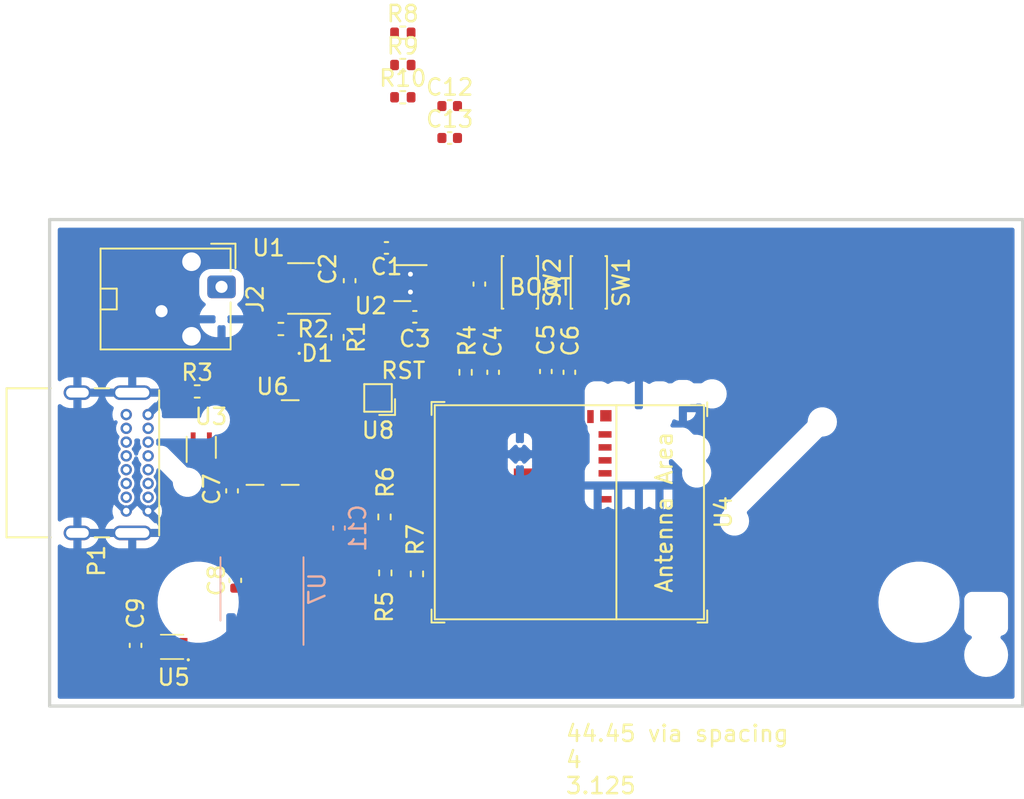
<source format=kicad_pcb>
(kicad_pcb (version 20221018) (generator pcbnew)
  (layers (0 "F.Cu" signal) (31 "B.Cu" signal) (34 "B.Paste" user) (35 "F.Paste" user) (36 "B.SilkS" user "B.Silkscreen") (37 "F.SilkS" user "F.Silkscreen") (38 "B.Mask" user) (39 "F.Mask" user) (44 "Edge.Cuts" user))
  (net 0 "")
  (net 1 "/vbat")
  (net 2 "Net-(U8-Vout)")
  (net 3 "/3v3")
  (net 4 "GND")
  (net 5 "Net-(U4-EN{slash}CHIP_PU)")
  (net 7 "Net-(P1-CC1)")
  (net 8 "Net-(D1-K)")
  (net 9 "/vusb")
  (net 11 "Net-(P1-CC2)")
  (net 12 "/stat")
  (net 13 "/scl")
  (net 14 "/sda")
  (net 18 "/int")
  (net 32 "/io9")
  (net 37 "Net-(U4-GPIO8)")
  (net 42 "Net-(U1-PROG)")
  (net 44 "/usb_N")
  (net 45 "/usb_P")
  (net 46 "Net-(U4-GPIO2{slash}ADC1_CH2)")
  (net 47 "Net-(U8-BIN)")
  (net 48 "/bat_int")
  (footprint "Capacitor_SMD:C_0402_1005Metric" (layer "F.Cu") (at 135.6 59.37 90)
    (fp_text reference "C5" (at 1.95 0 90) (layer "F.SilkS"))
    (fp_text value "0.1u" hide)
    (fp_line (start -0.107836 -0.36) (end 0.107836 -0.36) (stroke (width 0.12)) (layer "F.SilkS"))
    (fp_line (start -0.107836 0.36) (end 0.107836 0.36) (stroke (width 0.12)) (layer "F.SilkS"))
    (pad "1" smd roundrect (at -0.48 0 90) (size 0.56 0.62) (layers "F.Cu" "F.Paste" "F.Mask") (net 3 "/3v3"))
    (pad "2" smd roundrect (at 0.48 0 90) (size 0.56 0.62) (layers "F.Cu" "F.Paste" "F.Mask") (net 4 "GND"))
  )
  (footprint "Resistor_SMD:R_0402_1005Metric" (layer "F.Cu") (at 125.65 68.34 -90)
    (fp_text reference "R6" (at -2.15 -0.05 90) (layer "F.SilkS"))
    (fp_text value "10K" hide)
    (fp_line (start -0.153641 -0.38) (end 0.153641 -0.38) (stroke (width 0.12)) (layer "F.SilkS"))
    (fp_line (start -0.153641 0.38) (end 0.153641 0.38) (stroke (width 0.12)) (layer "F.SilkS"))
    (pad "1" smd roundrect (at -0.51 0 270) (size 0.54 0.64) (layers "F.Cu" "F.Paste" "F.Mask") (net 3 "/3v3"))
    (pad "2" smd roundrect (at 0.51 0 270) (size 0.54 0.64) (layers "F.Cu" "F.Paste" "F.Mask") (net 13 "/scl"))
  )
  (footprint "Resistor_SMD:R_0402_1005Metric" (layer "F.Cu") (at 127.65 71.85 -90)
    (fp_text reference "R7" (at -2.11 0.1 90) (layer "F.SilkS"))
    (fp_text value "10K" hide)
    (fp_line (start -0.153641 -0.38) (end 0.153641 -0.38) (stroke (width 0.12)) (layer "F.SilkS"))
    (fp_line (start -0.153641 0.38) (end 0.153641 0.38) (stroke (width 0.12)) (layer "F.SilkS"))
    (pad "1" smd roundrect (at -0.51 0 270) (size 0.54 0.64) (layers "F.Cu" "F.Paste" "F.Mask") (net 37 "Net-(U4-GPIO8)"))
    (pad "2" smd roundrect (at 0.51 0 270) (size 0.54 0.64) (layers "F.Cu" "F.Paste" "F.Mask") (net 3 "/3v3"))
  )
  (footprint "Resistor_SMD:R_0402_1005Metric" (layer "F.Cu") (at 130.65 59.42 -90)
    (fp_text reference "R4" (at -1.95 -0.1 90) (layer "F.SilkS"))
    (fp_text value "10K" hide)
    (fp_line (start -0.153641 -0.38) (end 0.153641 -0.38) (stroke (width 0.12)) (layer "F.SilkS"))
    (fp_line (start -0.153641 0.38) (end 0.153641 0.38) (stroke (width 0.12)) (layer "F.SilkS"))
    (pad "1" smd roundrect (at -0.51 0 270) (size 0.54 0.64) (layers "F.Cu" "F.Paste" "F.Mask") (net 3 "/3v3"))
    (pad "2" smd roundrect (at 0.51 0 270) (size 0.54 0.64) (layers "F.Cu" "F.Paste" "F.Mask") (net 5 "Net-(U4-EN{slash}CHIP_PU)"))
  )
  (footprint "Capacitor_SMD:C_0402_1005Metric" (layer "F.Cu") (at 123.5 53.77 90)
    (fp_text reference "C2" (at 0.72 -1.35 90) (layer "F.SilkS"))
    (fp_text value "10u" hide)
    (fp_line (start -0.107836 -0.36) (end 0.107836 -0.36) (stroke (width 0.12)) (layer "F.SilkS"))
    (fp_line (start -0.107836 0.36) (end 0.107836 0.36) (stroke (width 0.12)) (layer "F.SilkS"))
    (pad "1" smd roundrect (at -0.48 0 90) (size 0.56 0.62) (layers "F.Cu" "F.Paste" "F.Mask") (net 1 "/vbat"))
    (pad "2" smd roundrect (at 0.48 0 90) (size 0.56 0.62) (layers "F.Cu" "F.Paste" "F.Mask") (net 4 "GND"))
  )
  (footprint "Button_Switch_SMD:SW_SPST_CK_KXT3" (layer "F.Cu") (at 134 53.875 -90)
    (fp_text reference "SW2" (at 0 -2 90) (layer "F.SilkS"))
    (fp_text value "KXT 331 LHS" hide)
    (fp_line (start -1.62 -1.12) (end -1.62 -1.02) (stroke (width 0.12)) (layer "F.SilkS"))
    (fp_line (start -1.62 -1.12) (end 1.62 -1.12) (stroke (width 0.12)) (layer "F.SilkS"))
    (fp_line (start -1.62 1.02) (end -1.62 1.12) (stroke (width 0.12)) (layer "F.SilkS"))
    (fp_line (start -1.62 1.12) (end 1.62 1.12) (stroke (width 0.12)) (layer "F.SilkS"))
    (fp_line (start 1.62 -1.12) (end 1.62 -1.02) (stroke (width 0.12)) (layer "F.SilkS"))
    (fp_line (start 1.62 1.02) (end 1.62 1.12) (stroke (width 0.12)) (layer "F.SilkS"))
    (pad "1" smd rect (at -1.625 0 270) (size 0.55 1.5) (layers "F.Cu" "F.Paste" "F.Mask") (net 32 "/io9"))
    (pad "2" smd rect (at 1.625 0 270) (size 0.55 1.5) (layers "F.Cu" "F.Paste" "F.Mask") (net 4 "GND"))
  )
  (footprint "Connector_USB:USB_C_Receptacle_GCT_USB4085" (layer "F.Cu") (at 111.075 62.025 -90)
    (fp_text reference "P1" (at 9.025 3.175 90) (layer "F.SilkS"))
    (fp_text value "USB_C_Receptacle_USB2.0" hide)
    (fp_line (start -1.62 2.4) (end -1.62 3.3) (stroke (width 0.12)) (layer "F.SilkS"))
    (fp_line (start -1.62 6) (end -1.62 8.73) (stroke (width 0.12)) (layer "F.SilkS"))
    (fp_line (start -1.62 8.73) (end 7.57 8.73) (stroke (width 0.12)) (layer "F.SilkS"))
    (fp_line (start -1.5 -0.68) (end 7.45 -0.68) (stroke (width 0.12)) (layer "F.SilkS"))
    (fp_line (start 7.57 2.4) (end 7.57 3.3) (stroke (width 0.12)) (layer "F.SilkS"))
    (fp_line (start 7.57 6) (end 7.57 8.73) (stroke (width 0.12)) (layer "F.SilkS"))
    (pad "A1" thru_hole circle (at 0 0 270) (size 0.7 0.7) (drill 0.4) (layers "*.Cu" "*.Mask") (net 4 "GND"))
    (pad "A4" thru_hole circle (at 0.85 0 270) (size 0.7 0.7) (drill 0.4) (layers "*.Cu" "*.Mask") (net 9 "/vusb"))
    (pad "A5" thru_hole circle (at 1.7 0 270) (size 0.7 0.7) (drill 0.4) (layers "*.Cu" "*.Mask") (net 7 "Net-(P1-CC1)"))
    (pad "A6" thru_hole circle (at 2.55 0 270) (size 0.7 0.7) (drill 0.4) (layers "*.Cu" "*.Mask") (net 45 "/usb_P"))
    (pad "A7" thru_hole circle (at 3.4 0 270) (size 0.7 0.7) (drill 0.4) (layers "*.Cu" "*.Mask") (net 44 "/usb_N"))
    (pad "A8" thru_hole circle (at 4.25 0 270) (size 0.7 0.7) (drill 0.4) (layers "*.Cu" "*.Mask"))
    (pad "A9" thru_hole circle (at 5.1 0 270) (size 0.7 0.7) (drill 0.4) (layers "*.Cu" "*.Mask") (net 9 "/vusb"))
    (pad "A12" thru_hole circle (at 5.95 0 270) (size 0.7 0.7) (drill 0.4) (layers "*.Cu" "*.Mask") (net 4 "GND"))
    (pad "B1" thru_hole circle (at 5.95 1.35 270) (size 0.7 0.7) (drill 0.4) (layers "*.Cu" "*.Mask") (net 4 "GND"))
    (pad "B4" thru_hole circle (at 5.1 1.35 270) (size 0.7 0.7) (drill 0.4) (layers "*.Cu" "*.Mask") (net 9 "/vusb"))
    (pad "B5" thru_hole circle (at 4.25 1.35 270) (size 0.7 0.7) (drill 0.4) (layers "*.Cu" "*.Mask") (net 11 "Net-(P1-CC2)"))
    (pad "B6" thru_hole circle (at 3.4 1.35 270) (size 0.7 0.7) (drill 0.4) (layers "*.Cu" "*.Mask") (net 45 "/usb_P"))
    (pad "B7" thru_hole circle (at 2.55 1.35 270) (size 0.7 0.7) (drill 0.4) (layers "*.Cu" "*.Mask") (net 44 "/usb_N"))
    (pad "B8" thru_hole circle (at 1.7 1.35 270) (size 0.7 0.7) (drill 0.4) (layers "*.Cu" "*.Mask"))
    (pad "B9" thru_hole circle (at 0.85 1.35 270) (size 0.7 0.7) (drill 0.4) (layers "*.Cu" "*.Mask") (net 9 "/vusb"))
    (pad "B12" thru_hole circle (at 0 1.35 270) (size 0.7 0.7) (drill 0.4) (layers "*.Cu" "*.Mask") (net 4 "GND"))
    (pad "S1" thru_hole oval (at -1.35 0.98 270) (size 0.9 2.4) (drill oval 0.6 2.1) (layers "*.Cu" "*.Mask") (net 4 "GND"))
    (pad "S1" thru_hole oval (at -1.35 4.36 270) (size 0.9 1.7) (drill oval 0.6 1.4) (layers "*.Cu" "*.Mask") (net 4 "GND"))
    (pad "S1" thru_hole oval (at 7.3 0.98 270) (size 0.9 2.4) (drill oval 0.6 2.1) (layers "*.Cu" "*.Mask") (net 4 "GND"))
    (pad "S1" thru_hole oval (at 7.3 4.36 270) (size 0.9 1.7) (drill oval 0.6 1.4) (layers "*.Cu" "*.Mask") (net 4 "GND"))
  )
  (footprint "Package_BGA:Texas_DSBGA-9_1.4715x1.4715mm_Layout3x3_P0.5mm" (layer "F.Cu") (at 125.25 61 180)
    (fp_text reference "U8" (at 0 -2) (layer "F.SilkS"))
    (fp_text value "BQ27427" hide)
    (fp_line (start -1.05 -1.05) (end -1.05 -0.075) (stroke (width 0.12)) (layer "F.SilkS"))
    (fp_line (start -0.85 -0.85) (end -0.85 0.85) (stroke (width 0.12)) (layer "F.SilkS"))
    (fp_line (start -0.85 -0.85) (end 0.85 -0.85) (stroke (width 0.12)) (layer "F.SilkS"))
    (fp_line (start -0.075 -1.05) (end -1.05 -1.05) (stroke (width 0.12)) (layer "F.SilkS"))
    (fp_line (start 0.85 -0.85) (end 0.85 0.85) (stroke (width 0.12)) (layer "F.SilkS"))
    (fp_line (start 0.85 0.85) (end -0.85 0.85) (stroke (width 0.12)) (layer "F.SilkS"))
    (pad "A1" smd circle (at -0.5 -0.5 180) (size 0.165 0.165) (layers "F.Cu" "F.Mask") (net 48 "/bat_int"))
    (pad "A2" smd circle (at 0 -0.5 180) (size 0.165 0.165) (layers "F.Cu" "F.Mask") (net 14 "/sda"))
    (pad "A3" smd circle (at 0.5 -0.5 180) (size 0.165 0.165) (layers "F.Cu" "F.Mask") (net 13 "/scl"))
    (pad "B1" smd circle (at -0.5 0 180) (size 0.165 0.165) (layers "F.Cu" "F.Mask") (net 47 "Net-(U8-BIN)"))
    (pad "B2" smd circle (at 0 0 180) (size 0.165 0.165) (layers "F.Cu" "F.Mask") (net 4 "GND"))
    (pad "B3" smd circle (at 0.5 0 180) (size 0.165 0.165) (layers "F.Cu" "F.Paste" "F.Mask") (net 2 "Net-(U8-Vout)"))
    (pad "C1" smd circle (at -0.5 0.5 180) (size 0.165 0.165) (layers "F.Cu" "F.Mask") (net 4 "GND"))
    (pad "C2" smd circle (at 0 0.5 180) (size 0.165 0.165) (layers "F.Cu" "F.Mask") (net 3 "/3v3"))
    (pad "C3" smd circle (at 0.5 0.5 180) (size 0.165 0.165) (layers "F.Cu" "F.Mask") (net 1 "/vbat"))
  )
  (footprint "Capacitor_SMD:C_0402_1005Metric" (layer "F.Cu") (at 129.67 43)
    (fp_text reference "C12" (at 0 -1.16) (layer "F.SilkS"))
    (fp_text value "1u")
    (fp_line (start -0.107836 -0.36) (end 0.107836 -0.36) (stroke (width 0.12)) (layer "F.SilkS"))
    (fp_line (start -0.107836 0.36) (end 0.107836 0.36) (stroke (width 0.12)) (layer "F.SilkS"))
    (pad "1" smd roundrect (at -0.48 0) (size 0.56 0.62) (layers "F.Cu" "F.Paste" "F.Mask") (net 1 "/vbat"))
    (pad "2" smd roundrect (at 0.48 0) (size 0.56 0.62) (layers "F.Cu" "F.Paste" "F.Mask") (net 4 "GND"))
  )
  (footprint "Package_TO_SOT_SMD:SOT-23-5" (layer "F.Cu") (at 120.5 54.25 180)
    (fp_text reference "U1" (at 2 2.5) (layer "F.SilkS"))
    (fp_text value "MCP73831-2-OT" hide)
    (fp_line (start 0 -1.56) (end -1.8 -1.56) (stroke (width 0.12)) (layer "F.SilkS"))
    (fp_line (start 0 -1.56) (end 0.8 -1.56) (stroke (width 0.12)) (layer "F.SilkS"))
    (fp_line (start 0 1.56) (end -0.8 1.56) (stroke (width 0.12)) (layer "F.SilkS"))
    (fp_line (start 0 1.56) (end 0.8 1.56) (stroke (width 0.12)) (layer "F.SilkS"))
    (pad "1" smd roundrect (at -1.1375 -0.95 180) (size 1.325 0.6) (layers "F.Cu" "F.Paste" "F.Mask") (net 12 "/stat"))
    (pad "2" smd roundrect (at -1.1375 0 180) (size 1.325 0.6) (layers "F.Cu" "F.Paste" "F.Mask") (net 4 "GND"))
    (pad "3" smd roundrect (at -1.1375 0.95 180) (size 1.325 0.6) (layers "F.Cu" "F.Paste" "F.Mask") (net 1 "/vbat"))
    (pad "4" smd roundrect (at 1.1375 0.95 180) (size 1.325 0.6) (layers "F.Cu" "F.Paste" "F.Mask") (net 9 "/vusb"))
    (pad "5" smd roundrect (at 1.1375 -0.95 180) (size 1.325 0.6) (layers "F.Cu" "F.Paste" "F.Mask") (net 42 "Net-(U1-PROG)"))
  )
  (footprint "Resistor_SMD:R_0402_1005Metric" (layer "F.Cu") (at 126.78 42.46)
    (fp_text reference "R10" (at 0 -1.17) (layer "F.SilkS"))
    (fp_text value "10K")
    (fp_line (start -0.153641 -0.38) (end 0.153641 -0.38) (stroke (width 0.12)) (layer "F.SilkS"))
    (fp_line (start -0.153641 0.38) (end 0.153641 0.38) (stroke (width 0.12)) (layer "F.SilkS"))
    (pad "1" smd roundrect (at -0.51 0) (size 0.54 0.64) (layers "F.Cu" "F.Paste" "F.Mask") (net 4 "GND"))
    (pad "2" smd roundrect (at 0.51 0) (size 0.54 0.64) (layers "F.Cu" "F.Paste" "F.Mask") (net 47 "Net-(U8-BIN)"))
  )
  (footprint "Capacitor_SMD:C_0402_1005Metric" (layer "F.Cu") (at 125.77 51.75 180)
    (fp_text reference "C1" (at 0 -1.16) (layer "F.SilkS"))
    (fp_text value "1u" hide)
    (fp_line (start -0.107836 -0.36) (end 0.107836 -0.36) (stroke (width 0.12)) (layer "F.SilkS"))
    (fp_line (start -0.107836 0.36) (end 0.107836 0.36) (stroke (width 0.12)) (layer "F.SilkS"))
    (pad "1" smd roundrect (at -0.48 0 180) (size 0.56 0.62) (layers "F.Cu" "F.Paste" "F.Mask") (net 1 "/vbat"))
    (pad "2" smd roundrect (at 0.48 0 180) (size 0.56 0.62) (layers "F.Cu" "F.Paste" "F.Mask") (net 4 "GND"))
  )
  (footprint "Capacitor_SMD:C_0402_1005Metric" (layer "F.Cu") (at 132.35 59.42 -90)
    (fp_text reference "C4" (at -1.9 0 90) (layer "F.SilkS"))
    (fp_text value "1u" hide)
    (fp_line (start -0.107836 -0.36) (end 0.107836 -0.36) (stroke (width 0.12)) (layer "F.SilkS"))
    (fp_line (start -0.107836 0.36) (end 0.107836 0.36) (stroke (width 0.12)) (layer "F.SilkS"))
    (pad "1" smd roundrect (at -0.48 0 270) (size 0.56 0.62) (layers "F.Cu" "F.Paste" "F.Mask") (net 4 "GND"))
    (pad "2" smd roundrect (at 0.48 0 270) (size 0.56 0.62) (layers "F.Cu" "F.Paste" "F.Mask") (net 5 "Net-(U4-EN{slash}CHIP_PU)"))
  )
  (footprint "Package_TO_SOT_SMD:SOT-553" (layer "F.Cu") (at 114.35 64.05 90)
    (fp_text reference "U3" (at 1.9 0.6 180) (layer "F.SilkS"))
    (fp_text value "TPD3E001DRLR" hide)
    (fp_line (start -0.9 -0.9) (end 0.65 -0.9) (stroke (width 0.12)) (layer "F.SilkS"))
    (fp_line (start 0.65 0.9) (end -0.65 0.9) (stroke (width 0.12)) (layer "F.SilkS"))
    (pad "1" smd rect (at -0.7 -0.5 90) (size 0.45 0.3) (layers "F.Cu" "F.Paste" "F.Mask") (net 45 "/usb_P"))
    (pad "2" smd rect (at -0.7 0 90) (size 0.45 0.3) (layers "F.Cu" "F.Paste" "F.Mask") (net 44 "/usb_N"))
    (pad "3" smd rect (at -0.7 0.5 90) (size 0.45 0.3) (layers "F.Cu" "F.Paste" "F.Mask") (net 4 "GND"))
    (pad "4" smd rect (at 0.7 0.5 90) (size 0.45 0.3) (layers "F.Cu" "F.Paste" "F.Mask"))
    (pad "5" smd rect (at 0.7 -0.5 90) (size 0.45 0.3) (layers "F.Cu" "F.Paste" "F.Mask") (net 9 "/vusb"))
  )
  (footprint "Resistor_SMD:R_0402_1005Metric" (layer "F.Cu") (at 114.1 60.6)
    (fp_text reference "R3" (at 0 -1.17) (layer "F.SilkS"))
    (fp_text value "5.1k" hide)
    (fp_line (start -0.153641 -0.38) (end 0.153641 -0.38) (stroke (width 0.12)) (layer "F.SilkS"))
    (fp_line (start -0.153641 0.38) (end 0.153641 0.38) (stroke (width 0.12)) (layer "F.SilkS"))
    (pad "1" smd roundrect (at -0.51 0) (size 0.54 0.64) (layers "F.Cu" "F.Paste" "F.Mask") (net 7 "Net-(P1-CC1)"))
    (pad "2" smd roundrect (at 0.51 0) (size 0.54 0.64) (layers "F.Cu" "F.Paste" "F.Mask") (net 4 "GND"))
  )
  (footprint "Capacitor_SMD:C_0402_1005Metric" (layer "F.Cu") (at 116.25 66.73 -90)
    (fp_text reference "C7" (at -0.1 1.25 90) (layer "F.SilkS"))
    (fp_text value "1u" hide)
    (fp_line (start -0.107836 -0.36) (end 0.107836 -0.36) (stroke (width 0.12)) (layer "F.SilkS"))
    (fp_line (start -0.107836 0.36) (end 0.107836 0.36) (stroke (width 0.12)) (layer "F.SilkS"))
    (pad "1" smd roundrect (at -0.48 0 270) (size 0.56 0.62) (layers "F.Cu" "F.Paste" "F.Mask") (net 3 "/3v3"))
    (pad "2" smd roundrect (at 0.48 0 270) (size 0.56 0.62) (layers "F.Cu" "F.Paste" "F.Mask") (net 4 "GND"))
  )
  (footprint "Resistor_SMD:R_0402_1005Metric" (layer "F.Cu") (at 126.78 40.47)
    (fp_text reference "R9" (at 0 -1.17) (layer "F.SilkS"))
    (fp_text value "10K")
    (fp_line (start -0.153641 -0.38) (end 0.153641 -0.38) (stroke (width 0.12)) (layer "F.SilkS"))
    (fp_line (start -0.153641 0.38) (end 0.153641 0.38) (stroke (width 0.12)) (layer "F.SilkS"))
    (pad "1" smd roundrect (at -0.51 0) (size 0.54 0.64) (layers "F.Cu" "F.Paste" "F.Mask") (net 46 "Net-(U4-GPIO2{slash}ADC1_CH2)"))
    (pad "2" smd roundrect (at 0.51 0) (size 0.54 0.64) (layers "F.Cu" "F.Paste" "F.Mask") (net 3 "/3v3"))
  )
  (footprint "Capacitor_SMD:C_0402_1005Metric" (layer "F.Cu") (at 131.5 53.98 90)
    (fp_text reference "C10" hide)
    (fp_text value "1u" hide)
    (fp_line (start -0.107836 -0.36) (end 0.107836 -0.36) (stroke (width 0.12)) (layer "F.SilkS"))
    (fp_line (start -0.107836 0.36) (end 0.107836 0.36) (stroke (width 0.12)) (layer "F.SilkS"))
    (pad "1" smd roundrect (at -0.48 0 90) (size 0.56 0.62) (layers "F.Cu" "F.Paste" "F.Mask") (net 4 "GND"))
    (pad "2" smd roundrect (at 0.48 0 90) (size 0.56 0.62) (layers "F.Cu" "F.Paste" "F.Mask") (net 32 "/io9"))
  )
  (footprint "Capacitor_SMD:C_0402_1005Metric" (layer "F.Cu") (at 116.45 72.25 90)
    (fp_text reference "C8" (at 0 -1.16 90) (layer "F.SilkS"))
    (fp_text value "0.1u" hide)
    (fp_line (start -0.107836 -0.36) (end 0.107836 -0.36) (stroke (width 0.12)) (layer "F.SilkS"))
    (fp_line (start -0.107836 0.36) (end 0.107836 0.36) (stroke (width 0.12)) (layer "F.SilkS"))
    (pad "1" smd roundrect (at -0.48 0 90) (size 0.56 0.62) (layers "F.Cu" "F.Paste" "F.Mask") (net 4 "GND"))
    (pad "2" smd roundrect (at 0.48 0 90) (size 0.56 0.62) (layers "F.Cu" "F.Paste" "F.Mask") (net 3 "/3v3"))
  )
  (footprint "LED_SMD:LED_0402_1005Metric" (layer "F.Cu") (at 119.3 58.25 180)
    (fp_text reference "D1" (at -2.2 0) (layer "F.SilkS"))
    (fp_text value "LED" hide)
    (fp_circle (center -1.09 0) (end -1.04 0) (stroke (width 0.1)) (fill none) (layer "F.SilkS"))
    (pad "1" smd roundrect (at -0.485 0 180) (size 0.59 0.64) (layers "F.Cu" "F.Paste" "F.Mask") (net 8 "Net-(D1-K)"))
    (pad "2" smd roundrect (at 0.485 0 180) (size 0.59 0.64) (layers "F.Cu" "F.Paste" "F.Mask") (net 9 "/vusb"))
  )
  (footprint "Package_LGA:LGA-14_3x5mm_P0.8mm_LayoutBorder1x6y" (layer "F.Cu") (at 118.75 63.75)
    (fp_text reference "U6" (at 0 -3.45) (layer "F.SilkS"))
    (fp_text value "ADXL343" hide)
    (fp_line (start -0.56 2.61) (end -1.61 2.61) (stroke (width 0.12)) (layer "F.SilkS"))
    (fp_line (start 0.56 -2.61) (end 1.61 -2.61) (stroke (width 0.12)) (layer "F.SilkS"))
    (fp_line (start 0.56 2.61) (end 1.61 2.61) (stroke (width 0.12)) (layer "F.SilkS"))
    (pad "1" smd roundrect (at -1 -2) (size 0.95 0.6) (layers "F.Cu" "F.Paste" "F.Mask") (net 3 "/3v3"))
    (pad "2" smd roundrect (at -1 -1.2) (size 0.95 0.6) (layers "F.Cu" "F.Paste" "F.Mask") (net 4 "GND"))
    (pad "3" smd roundrect (at -1 -0.4) (size 0.95 0.6) (layers "F.Cu" "F.Paste" "F.Mask"))
    (pad "4" smd roundrect (at -1 0.4) (size 0.95 0.6) (layers "F.Cu" "F.Paste" "F.Mask") (net 4 "GND"))
    (pad "5" smd roundrect (at -1 1.2) (size 0.95 0.6) (layers "F.Cu" "F.Paste" "F.Mask") (net 4 "GND"))
    (pad "6" smd roundrect (at -1 2) (size 0.95 0.6) (layers "F.Cu" "F.Paste" "F.Mask") (net 3 "/3v3"))
    (pad "7" smd roundrect (at 0 2) (size 0.6 0.95) (layers "F.Cu" "F.Paste" "F.Mask") (net 3 "/3v3"))
    (pad "8" smd roundrect (at 1 2) (size 0.95 0.6) (layers "F.Cu" "F.Paste" "F.Mask") (net 18 "/int"))
    (pad "9" smd roundrect (at 1 1.2) (size 0.95 0.6) (layers "F.Cu" "F.Paste" "F.Mask"))
    (pad "10" smd roundrect (at 1 0.4) (size 0.95 0.6) (layers "F.Cu" "F.Paste" "F.Mask"))
    (pad "11" smd roundrect (at 1 -0.4) (size 0.95 0.6) (layers "F.Cu" "F.Paste" "F.Mask"))
    (pad "12" smd roundrect (at 1 -1.2) (size 0.95 0.6) (layers "F.Cu" "F.Paste" "F.Mask") (net 4 "GND"))
    (pad "13" smd roundrect (at 1 -2) (size 0.95 0.6) (layers "F.Cu" "F.Paste" "F.Mask") (net 14 "/sda"))
    (pad "14" smd roundrect (at 0 -2) (size 0.6 0.95) (layers "F.Cu" "F.Paste" "F.Mask") (net 13 "/scl"))
  )
  (footprint "Resistor_SMD:R_0402_1005Metric" (layer "F.Cu") (at 126.78 38.48)
    (fp_text reference "R8" (at 0 -1.17) (layer "F.SilkS"))
    (fp_text value "5.1k")
    (fp_line (start -0.153641 -0.38) (end 0.153641 -0.38) (stroke (width 0.12)) (layer "F.SilkS"))
    (fp_line (start -0.153641 0.38) (end 0.153641 0.38) (stroke (width 0.12)) (layer "F.SilkS"))
    (pad "1" smd roundrect (at -0.51 0) (size 0.54 0.64) (layers "F.Cu" "F.Paste" "F.Mask") (net 11 "Net-(P1-CC2)"))
    (pad "2" smd roundrect (at 0.51 0) (size 0.54 0.64) (layers "F.Cu" "F.Paste" "F.Mask") (net 4 "GND"))
  )
  (footprint "Resistor_SMD:R_0402_1005Metric" (layer "F.Cu") (at 119.26 56.75)
    (fp_text reference "R2" (at 1.99 0) (layer "F.SilkS"))
    (fp_text value "2K" hide)
    (fp_line (start -0.153641 -0.38) (end 0.153641 -0.38) (stroke (width 0.12)) (layer "F.SilkS"))
    (fp_line (start -0.153641 0.38) (end 0.153641 0.38) (stroke (width 0.12)) (layer "F.SilkS"))
    (pad "1" smd roundrect (at -0.51 0) (size 0.54 0.64) (layers "F.Cu" "F.Paste" "F.Mask") (net 42 "Net-(U1-PROG)"))
    (pad "2" smd roundrect (at 0.51 0) (size 0.54 0.64) (layers "F.Cu" "F.Paste" "F.Mask") (net 4 "GND"))
  )
  (footprint "Capacitor_SMD:C_0402_1005Metric" (layer "F.Cu") (at 129.67 44.97)
    (fp_text reference "C13" (at 0 -1.16) (layer "F.SilkS"))
    (fp_text value "2.2u")
    (fp_line (start -0.107836 -0.36) (end 0.107836 -0.36) (stroke (width 0.12)) (layer "F.SilkS"))
    (fp_line (start -0.107836 0.36) (end 0.107836 0.36) (stroke (width 0.12)) (layer "F.SilkS"))
    (pad "1" smd roundrect (at -0.48 0) (size 0.56 0.62) (layers "F.Cu" "F.Paste" "F.Mask") (net 2 "Net-(U8-Vout)"))
    (pad "2" smd roundrect (at 0.48 0) (size 0.56 0.62) (layers "F.Cu" "F.Paste" "F.Mask") (net 4 "GND"))
  )
  (footprint "Button_Switch_SMD:SW_SPST_CK_KXT3" (layer "F.Cu") (at 138.25 53.875 -90)
    (fp_text reference "SW1" (at 0 -2 90) (layer "F.SilkS"))
    (fp_text value "KXT 331 LHS" hide)
    (fp_line (start -1.62 -1.12) (end -1.62 -1.02) (stroke (width 0.12)) (layer "F.SilkS"))
    (fp_line (start -1.62 -1.12) (end 1.62 -1.12) (stroke (width 0.12)) (layer "F.SilkS"))
    (fp_line (start -1.62 1.02) (end -1.62 1.12) (stroke (width 0.12)) (layer "F.SilkS"))
    (fp_line (start -1.62 1.12) (end 1.62 1.12) (stroke (width 0.12)) (layer "F.SilkS"))
    (fp_line (start 1.62 -1.12) (end 1.62 -1.02) (stroke (width 0.12)) (layer "F.SilkS"))
    (fp_line (start 1.62 1.02) (end 1.62 1.12) (stroke (width 0.12)) (layer "F.SilkS"))
    (pad "1" smd rect (at -1.625 0 270) (size 0.55 1.5) (layers "F.Cu" "F.Paste" "F.Mask") (net 4 "GND"))
    (pad "2" smd rect (at 1.625 0 270) (size 0.55 1.5) (layers "F.Cu" "F.Paste" "F.Mask") (net 5 "Net-(U4-EN{slash}CHIP_PU)"))
  )
  (footprint "Package_SON:WSON-6-1EP_2x2mm_P0.65mm_EP1x1.6mm_ThermalVias" (layer "F.Cu") (at 127.25 53.92 180)
    (fp_text reference "U2" (at 2.45 -1.4) (layer "F.SilkS"))
    (fp_text value "LP5912-3.3DRV" hide)
    (fp_line (start -1 1.11) (end 1 1.11) (stroke (width 0.12)) (layer "F.SilkS"))
    (fp_line (start 0 -1.11) (end 1 -1.11) (stroke (width 0.12)) (layer "F.SilkS"))
    (pad "1" smd roundrect (at -0.8875 -0.65 180) (size 0.375 0.4) (layers "F.Cu" "F.Paste" "F.Mask") (net 3 "/3v3"))
    (pad "2" smd roundrect (at -0.8875 0 180) (size 0.375 0.4) (layers "F.Cu" "F.Paste" "F.Mask"))
    (pad "3" smd roundrect (at -0.8875 0.65 180) (size 0.375 0.4) (layers "F.Cu" "F.Paste" "F.Mask"))
    (pad "4" smd roundrect (at 0.8875 0.65 180) (size 0.375 0.4) (layers "F.Cu" "F.Paste" "F.Mask") (net 1 "/vbat"))
    (pad "5" smd roundrect (at 0.8875 0 180) (size 0.375 0.4) (layers "F.Cu" "F.Paste" "F.Mask") (net 4 "GND"))
    (pad "6" smd roundrect (at 0.8875 -0.65 180) (size 0.375 0.4) (layers "F.Cu" "F.Paste" "F.Mask") (net 1 "/vbat"))
    (pad "7" thru_hole circle (at 0 -0.55 180) (size 0.5 0.5) (drill 0.3) (layers "*.Cu") (net 4 "GND"))
    (pad "7" smd rect (at 0 0 180) (size 0.5 1.6) (layers "B.Cu") (net 4 "GND"))
    (pad "7" smd rect (at 0 0 180) (size 1 1.6) (layers "F.Cu" "F.Mask") (net 4 "GND"))
    (pad "7" thru_hole circle (at 0 0.55 180) (size 0.5 0.5) (drill 0.3) (layers "*.Cu") (net 4 "GND"))
  )
  (footprint "PCM_Espressif:ESP32-C3-MINI-1" (layer "F.Cu") (at 137.05 68.05 -90)
    (fp_text reference "U4" (at 0 -9.5 90) (layer "F.SilkS"))
    (fp_text value "ESP32-C3-MINI-1" hide)
    (fp_text user "Antenna Area" (at 0 -5.85 90) (layer "F.SilkS"))
    (fp_line (start -6.8 7.7) (end -6.8 8.5) (stroke (width 0.12)) (layer "F.SilkS"))
    (fp_line (start -6.8 8.5) (end -6 8.5) (stroke (width 0.12)) (layer "F.SilkS"))
    (fp_line (start -6.6 -8.3) (end 6.6 -8.3) (stroke (width 0.12)) (layer "F.SilkS"))
    (fp_line (start -6.6 -2.9) (end 6.6 -2.9) (stroke (width 0.12)) (layer "F.SilkS"))
    (fp_line (start -6.6 8.3) (end -6.6 -8.3) (stroke (width 0.12)) (layer "F.SilkS"))
    (fp_line (start -5.925 -8.5) (end -6.775 -8.5) (stroke (width 0.12)) (layer "F.SilkS"))
    (fp_line (start 6.05 -8.5) (end 6.8 -8.5) (stroke (width 0.12)) (layer "F.SilkS"))
    (fp_line (start 6.6 -8.3) (end 6.6 8.3) (stroke (width 0.12)) (layer "F.SilkS"))
    (fp_line (start 6.6 8.3) (end -6.6 8.3) (stroke (width 0.12)) (layer "F.SilkS"))
    (fp_line (start 6.8 -8.5) (end 6.8 -7.9) (stroke (width 0.12)) (layer "F.SilkS"))
    (fp_line (start 6.8 7.7) (end 6.8 8.5) (stroke (width 0.12)) (layer "F.SilkS"))
    (fp_line (start 6.8 8.5) (end 6 8.5) (stroke (width 0.12)) (layer "F.SilkS"))
    (pad "1" smd rect (at -5.9 -1.3) (size 0.4 0.8) (layers "F.Cu" "F.Paste" "F.Mask") (net 4 "GND"))
    (pad "2" smd rect (at -5.9 -0.5) (size 0.4 0.8) (layers "F.Cu" "F.Paste" "F.Mask") (net 4 "GND"))
    (pad "3" smd rect (at -5.9 0.3) (size 0.4 0.8) (layers "F.Cu" "F.Paste" "F.Mask") (net 3 "/3v3"))
    (pad "4" smd rect (at -5.9 1.1) (size 0.4 0.8) (layers "F.Cu" "F.Paste" "F.Mask"))
    (pad "5" smd rect (at -5.9 1.9) (size 0.4 0.8) (layers "F.Cu" "F.Paste" "F.Mask") (net 46 "Net-(U4-GPIO2{slash}ADC1_CH2)"))
    (pad "6" smd rect (at -5.9 2.7) (size 0.4 0.8) (layers "F.Cu" "F.Paste" "F.Mask") (net 48 "/bat_int"))
    (pad "7" smd rect (at -5.9 3.5) (size 0.4 0.8) (layers "F.Cu" "F.Paste" "F.Mask"))
    (pad "8" smd rect (at -5.9 4.3) (size 0.4 0.8) (layers "F.Cu" "F.Paste" "F.Mask") (net 5 "Net-(U4-EN{slash}CHIP_PU)"))
    (pad "9" smd rect (at -5.9 5.1) (size 0.4 0.8) (layers "F.Cu" "F.Paste" "F.Mask"))
    (pad "10" smd rect (at -5.9 5.9) (size 0.4 0.8) (layers "F.Cu" "F.Paste" "F.Mask"))
    (pad "11" smd rect (at -5.9 6.7) (size 0.4 0.8) (layers "F.Cu" "F.Paste" "F.Mask") (net 4 "GND"))
    (pad "12" smd rect (at -4.8 7.6 270) (size 0.4 0.8) (layers "F.Cu" "F.Paste" "F.Mask"))
    (pad "13" smd rect (at -4 7.6 270) (size 0.4 0.8) (layers "F.Cu" "F.Paste" "F.Mask"))
    (pad "14" smd rect (at -3.2 7.6 270) (size 0.4 0.8) (layers "F.Cu" "F.Paste" "F.Mask") (net 4 "GND"))
    (pad "15" smd rect (at -2.4 7.6 270) (size 0.4 0.8) (layers "F.Cu" "F.Paste" "F.Mask"))
    (pad "16" smd rect (at -1.6 7.6 270) (size 0.4 0.8) (layers "F.Cu" "F.Paste" "F.Mask"))
    (pad "17" smd rect (at -0.8 7.6 270) (size 0.4 0.8) (layers "F.Cu" "F.Paste" "F.Mask"))
    (pad "18" smd rect (at 0 7.6 270) (size 0.4 0.8) (layers "F.Cu" "F.Paste" "F.Mask") (net 18 "/int"))
    (pad "19" smd rect (at 0.8 7.6 270) (size 0.4 0.8) (layers "F.Cu" "F.Paste" "F.Mask"))
    (pad "20" smd rect (at 1.6 7.6 270) (size 0.4 0.8) (layers "F.Cu" "F.Paste" "F.Mask") (net 13 "/scl"))
    (pad "21" smd rect (at 2.4 7.6 270) (size 0.4 0.8) (layers "F.Cu" "F.Paste" "F.Mask") (net 14 "/sda"))
    (pad "22" smd rect (at 3.2 7.6 270) (size 0.4 0.8) (layers "F.Cu" "F.Paste" "F.Mask") (net 37 "Net-(U4-GPIO8)"))
    (pad "23" smd rect (at 4 7.6 270) (size 0.4 0.8) (layers "F.Cu" "F.Paste" "F.Mask") (net 32 "/io9"))
    (pad "24" smd rect (at 4.8 7.6 270) (size 0.4 0.8) (layers "F.Cu" "F.Paste" "F.Mask"))
    (pad "25" smd rect (at 5.9 6.7) (size 0.4 0.8) (layers "F.Cu" "F.Paste" "F.Mask"))
    (pad "26" smd rect (at 5.9 5.9) (size 0.4 0.8) (layers "F.Cu" "F.Paste" "F.Mask") (net 44 "/usb_N"))
    (pad "27" smd rect (at 5.9 5.1) (size 0.4 0.8) (layers "F.Cu" "F.Paste" "F.Mask") (net 45 "/usb_P"))
    (pad "28" smd rect (at 5.9 4.3) (size 0.4 0.8) (layers "F.Cu" "F.Paste" "F.Mask"))
    (pad "29" smd rect (at 5.9 3.5) (size 0.4 0.8) (layers "F.Cu" "F.Paste" "F.Mask"))
    (pad "30" smd rect (at 5.9 2.7) (size 0.4 0.8) (layers "F.Cu" "F.Paste" "F.Mask"))
    (pad "31" smd rect (at 5.9 1.9) (size 0.4 0.8) (layers "F.Cu" "F.Paste" "F.Mask"))
    (pad "32" smd rect (at 5.9 1.1) (size 0.4 0.8) (layers "F.Cu" "F.Paste" "F.Mask"))
    (pad "33" smd rect (at 5.9 0.3) (size 0.4 0.8) (layers "F.Cu" "F.Paste" "F.Mask"))
    (pad "34" smd rect (at 5.9 -0.5) (size 0.4 0.8) (layers "F.Cu" "F.Paste" "F.Mask"))
    (pad "35" smd rect (at 5.9 -1.3) (size 0.4 0.8) (layers "F.Cu" "F.Paste" "F.Mask"))
    (pad "36" smd rect (at 4.8 -2.2 270) (size 0.4 0.8) (layers "F.Cu" "F.Paste" "F.Mask") (net 4 "GND"))
    (pad "37" smd rect (at 4 -2.2 270) (size 0.4 0.8) (layers "F.Cu" "F.Paste" "F.Mask") (net 4 "GND"))
    (pad "38" smd rect (at 3.2 -2.2 270) (size 0.4 0.8) (layers "F.Cu" "F.Paste" "F.Mask") (net 4 "GND"))
    (pad "39" smd rect (at 2.4 -2.2 270) (size 0.4 0.8) (layers "F.Cu" "F.Paste" "F.Mask") (net 4 "GND"))
    (pad "40" smd rect (at 1.6 -2.2 270) (size 0.4 0.8) (layers "F.Cu" "F.Paste" "F.Mask") (net 4 "GND"))
    (pad "41" smd rect (at 0.8 -2.2 270) (size 0.4 0.8) (layers "F.Cu" "F.Paste" "F.Mask") (net 4 "GND"))
    (pad "42" smd rect (at 0 -2.2 270) (size 0.4 0.8) (layers "F.Cu" "F.Paste" "F.Mask") (net 4 "GND"))
    (pad "43" smd rect (at -0.8 -2.2 270) (size 0.4 0.8) (layers "F.Cu" "F.Paste" "F.Mask") (net 4 "GND"))
    (pad "44" smd rect (at -1.6 -2.2 270) (size 0.4 0.8) (layers "F.Cu" "F.Paste" "F.Mask") (net 4 "GND"))
    (pad "45" smd rect (at -2.4 -2.2 270) (size 0.4 0.8) (layers "F.Cu" "F.Paste" "F.Mask") (net 4 "GND"))
    (pad "46" smd rect (at -3.2 -2.2 270) (size 0.4 0.8) (layers "F.Cu" "F.Paste" "F.Mask") (net 4 "GND"))
    (pad "47" smd rect (at -4 -2.2 270) (size 0.4 0.8) (layers "F.Cu" "F.Paste" "F.Mask") (net 4 "GND"))
    (pad "48" smd rect (at -4.8 -2.2 270) (size 0.4 0.8) (layers "F.Cu" "F.Paste" "F.Mask") (net 4 "GND"))
    (pad "49" smd custom (at -1.975 0.725 270) (size 0.8 0.8) (layers "F.Cu" "F.Paste" "F.Mask") (net 4 "GND") (options (clearance outline) (anchor rect)) (primitives (gr_poly (pts (xy 0.725 0.725) (xy -0.725 0.725) (xy -0.725 -0.125) (xy -0.125 -0.725) (xy 0.725 -0.725)) (width 0) (fill yes))))
    (pad "49" smd rect (at -1.975 2.7) (size 1.45 1.45) (layers "F.Cu" "F.Paste" "F.Mask") (net 4 "GND"))
    (pad "49" smd rect (at -1.975 4.675) (size 1.45 1.45) (layers "F.Cu" "F.Paste" "F.Mask") (net 4 "GND"))
    (pad "49" smd rect (at 0 0.725) (size 1.45 1.45) (layers "F.Cu" "F.Paste" "F.Mask") (net 4 "GND"))
    (pad "49" smd rect (at 0 2.7) (size 1.45 1.45) (layers "F.Cu" "F.Paste" "F.Mask") (net 4 "GND"))
    (pad "49" smd rect (at 0 4.675) (size 1.45 1.45) (layers "F.Cu" "F.Paste" "F.Mask") (net 4 "GND"))
    (pad "49" smd rect (at 1.975 0.725) (size 1.45 1.45) (layers "F.Cu" "F.Paste" "F.Mask") (net 4 "GND"))
    (pad "49" smd rect (at 1.975 2.7) (size 1.45 1.45) (layers "F.Cu" "F.Paste" "F.Mask") (net 4 "GND"))
    (pad "49" smd rect (at 1.975 4.675) (size 1.45 1.45) (layers "F.Cu" "F.Paste" "F.Mask") (net 4 "GND"))
    (pad "50" smd rect (at 5.95 -2.25) (size 0.7 0.7) (layers "F.Cu" "F.Paste" "F.Mask") (net 4 "GND"))
    (pad "51" smd rect (at 5.95 7.65) (size 0.7 0.7) (layers "F.Cu" "F.Paste" "F.Mask") (net 4 "GND"))
    (pad "52" smd rect (at -5.95 7.65) (size 0.7 0.7) (layers "F.Cu" "F.Paste" "F.Mask") (net 4 "GND"))
    (pad "53" smd rect (at -5.95 -2.25) (size 0.7 0.7) (layers "F.Cu" "F.Paste" "F.Mask") (net 4 "GND"))
    (zone (net 0) (net_name "") (layers "*.Cu") (name "antenna keepout") (connect_pads (clearance 0)) (min_thickness 0.254)
      (keepout (tracks not_allowed) (vias not_allowed) (pads not_allowed) (copperpour not_allowed) (footprints not_allowed))
      (fill (thermal_gap 0.508) (thermal_bridge_width 0.508))
      (polygon (pts (xy 139.95 74.65) (xy 139.95 61.45) (xy 145.35 61.45) (xy 145.35 74.65)))
    )
  )
  (footprint "Capacitor_SMD:C_0402_1005Metric" (layer "F.Cu") (at 127.52 56 180)
    (fp_text reference "C3" (at 0 -1.35) (layer "F.SilkS"))
    (fp_text value "1u" hide)
    (fp_line (start -0.107836 -0.36) (end 0.107836 -0.36) (stroke (width 0.12)) (layer "F.SilkS"))
    (fp_line (start -0.107836 0.36) (end 0.107836 0.36) (stroke (width 0.12)) (layer "F.SilkS"))
    (pad "1" smd roundrect (at -0.48 0 180) (size 0.56 0.62) (layers "F.Cu" "F.Paste" "F.Mask") (net 3 "/3v3"))
    (pad "2" smd roundrect (at 0.48 0 180) (size 0.56 0.62) (layers "F.Cu" "F.Paste" "F.Mask") (net 4 "GND"))
  )
  (footprint "Capacitor_SMD:C_0402_1005Metric" (layer "F.Cu") (at 110.3 76.26 -90)
    (fp_text reference "C9" (at -1.98 0 90) (layer "F.SilkS"))
    (fp_text value "0.1u" hide)
    (fp_line (start -0.107836 -0.36) (end 0.107836 -0.36) (stroke (width 0.12)) (layer "F.SilkS"))
    (fp_line (start -0.107836 0.36) (end 0.107836 0.36) (stroke (width 0.12)) (layer "F.SilkS"))
    (pad "1" smd roundrect (at -0.48 0 270) (size 0.56 0.62) (layers "F.Cu" "F.Paste" "F.Mask") (net 3 "/3v3"))
    (pad "2" smd roundrect (at 0.48 0 270) (size 0.56 0.62) (layers "F.Cu" "F.Paste" "F.Mask") (net 4 "GND"))
  )
  (footprint "sht45:SHT4X" (layer "F.Cu") (at 112.55 76.35 180)
    (fp_text reference "U5" (at -0.1 -1.88) (layer "F.SilkS"))
    (fp_text value "SHT45-AD1B-R2" hide)
    (fp_line (start -0.7 -0.75) (end 0.7 -0.75) (stroke (width 0.1)) (layer "F.SilkS"))
    (fp_line (start -0.7 0.75) (end 0.7 0.75) (stroke (width 0.1)) (layer "F.SilkS"))
    (fp_circle (center -1 -0.8) (end -0.95 -0.8) (stroke (width 0.1)) (fill none) (layer "F.SilkS"))
    (pad "1" smd rect (at -0.7 -0.4 180) (size 0.5 0.3) (layers "F.Cu" "F.Paste" "F.Mask") (net 14 "/sda"))
    (pad "2" smd rect (at -0.7 0.4 180) (size 0.5 0.3) (layers "F.Cu" "F.Paste" "F.Mask") (net 13 "/scl"))
    (pad "3" smd rect (at 0.7 0.4 180) (size 0.5 0.3) (layers "F.Cu" "F.Paste" "F.Mask") (net 3 "/3v3"))
    (pad "4" smd rect (at 0.7 -0.4 180) (size 0.5 0.3) (layers "F.Cu" "F.Paste" "F.Mask") (net 4 "GND"))
  )
  (footprint "Capacitor_SMD:C_0402_1005Metric" (layer "F.Cu") (at 137.05 59.42 90)
    (fp_text reference "C6" (at 1.95 0.05 90) (layer "F.SilkS"))
    (fp_text value "10u" hide)
    (fp_line (start -0.107836 -0.36) (end 0.107836 -0.36) (stroke (width 0.12)) (layer "F.SilkS"))
    (fp_line (start -0.107836 0.36) (end 0.107836 0.36) (stroke (width 0.12)) (layer "F.SilkS"))
    (pad "1" smd roundrect (at -0.48 0 90) (size 0.56 0.62) (layers "F.Cu" "F.Paste" "F.Mask") (net 3 "/3v3"))
    (pad "2" smd roundrect (at 0.48 0 90) (size 0.56 0.62) (layers "F.Cu" "F.Paste" "F.Mask") (net 4 "GND"))
  )
  (footprint "Resistor_SMD:R_0402_1005Metric" (layer "F.Cu") (at 125.7 71.79 90)
    (fp_text reference "R5" (at -2.1 -0.05 90) (layer "F.SilkS"))
    (fp_text value "10K" hide)
    (fp_line (start -0.153641 -0.38) (end 0.153641 -0.38) (stroke (width 0.12)) (layer "F.SilkS"))
    (fp_line (start -0.153641 0.38) (end 0.153641 0.38) (stroke (width 0.12)) (layer "F.SilkS"))
    (pad "1" smd roundrect (at -0.51 0 90) (size 0.54 0.64) (layers "F.Cu" "F.Paste" "F.Mask") (net 14 "/sda"))
    (pad "2" smd roundrect (at 0.51 0 90) (size 0.54 0.64) (layers "F.Cu" "F.Paste" "F.Mask") (net 3 "/3v3"))
  )
  (footprint "Connector_JST:JST_ZE_S02B-ZESK-2D_1x02_P1.50mm_Horizontal" (layer "F.Cu") (at 115.6 54.15 -90)
    (fp_text reference "J2" (at 0.75 -2.08 -90) (layer "F.SilkS"))
    (fp_text value "Conn_01x02")
    (fp_line (start -2.66 -0.86) (end -1.16 -0.86) (stroke (width 0.12)) (layer "F.SilkS"))
    (fp_line (start -2.66 0.64) (end -2.66 -0.86) (stroke (width 0.12)) (layer "F.SilkS"))
    (fp_line (start -2.36 -0.56) (end -2.36 7.46) (stroke (width 0.12)) (layer "F.SilkS"))
    (fp_line (start -2.36 7.46) (end 3.86 7.46) (stroke (width 0.12)) (layer "F.SilkS"))
    (fp_line (start -0.96 -0.56) (end -2.36 -0.56) (stroke (width 0.12)) (layer "F.SilkS"))
    (fp_line (start 0.11 6.46) (end 1.39 6.46) (stroke (width 0.12)) (layer "F.SilkS"))
    (fp_line (start 0.11 7.46) (end 0.11 6.46) (stroke (width 0.12)) (layer "F.SilkS"))
    (fp_line (start 1.39 6.46) (end 1.39 7.46) (stroke (width 0.12)) (layer "F.SilkS"))
    (fp_line (start 3.86 -0.56) (end 0.96 -0.56) (stroke (width 0.12)) (layer "F.SilkS"))
    (fp_line (start 3.86 7.46) (end 3.86 -0.56) (stroke (width 0.12)) (layer "F.SilkS"))
    (pad "" np_thru_hole circle (at -1.55 1.85 270) (size 1.15 1.15) (drill 1.15) (layers "*.Cu" "*.Mask"))
    (pad "" np_thru_hole circle (at 3.05 1.85 270) (size 1.15 1.15) (drill 1.15) (layers "*.Cu" "*.Mask"))
    (pad "1" thru_hole roundrect (at 0 0 270) (size 1.4 1.75) (drill 0.75) (layers "*.Cu" "*.Mask") (roundrect_rratio 0.178571) (net 1 "/vbat"))
    (pad "2" thru_hole oval (at 1.5 3.7 270) (size 1.4 1.75) (drill 0.75) (layers "*.Cu" "*.Mask") (net 4 "GND"))
  )
  (footprint "Resistor_SMD:R_0402_1005Metric" (layer "F.Cu") (at 122.75 57.26 -90)
    (fp_text reference "R1" (at 0 -1.17 -270) (layer "F.SilkS"))
    (fp_text value "470" hide)
    (fp_line (start -0.153641 -0.38) (end 0.153641 -0.38) (stroke (width 0.12)) (layer "F.SilkS"))
    (fp_line (start -0.153641 0.38) (end 0.153641 0.38) (stroke (width 0.12)) (layer "F.SilkS"))
    (pad "1" smd roundrect (at -0.51 0 270) (size 0.54 0.64) (layers "F.Cu" "F.Paste" "F.Mask") (net 12 "/stat"))
    (pad "2" smd roundrect (at 0.51 0 270) (size 0.54 0.64) (layers "F.Cu" "F.Paste" "F.Mask") (net 8 "Net-(D1-K)"))
  )
  (footprint "Capacitor_SMD:C_0402_1005Metric" (layer "B.Cu") (at 122.845 69.025 90)
    (fp_text reference "C11" (at 0 1.16 270) (layer "B.SilkS") (effects (justify mirror)))
    (fp_text value "0.1u")
    (fp_line (start -0.107836 -0.36) (end 0.107836 -0.36) (stroke (width 0.12)) (layer "B.SilkS"))
    (fp_line (start -0.107836 0.36) (end 0.107836 0.36) (stroke (width 0.12)) (layer "B.SilkS"))
    (pad "1" smd roundrect (at -0.48 0 90) (size 0.56 0.62) (layers "B.Cu" "B.Paste" "B.Mask") (net 4 "GND"))
    (pad "2" smd roundrect (at 0.48 0 90) (size 0.56 0.62) (layers "B.Cu" "B.Paste" "B.Mask") (net 3 "/3v3"))
  )
  (footprint "Package_SO:SOIC-8_3.9x4.9mm_P1.27mm" (layer "B.Cu") (at 118.095 72.775 90)
    (fp_text reference "U7" (at 0 3.4 90) (layer "B.SilkS") (effects (justify mirror)))
    (fp_text value "M24M01-DFMN6TP")
    (fp_line (start 0 -2.56) (end -1.95 -2.56) (stroke (width 0.12)) (layer "B.SilkS"))
    (fp_line (start 0 -2.56) (end 1.95 -2.56) (stroke (width 0.12)) (layer "B.SilkS"))
    (fp_line (start 0 2.56) (end -3.45 2.56) (stroke (width 0.12)) (layer "B.SilkS"))
    (fp_line (start 0 2.56) (end 1.95 2.56) (stroke (width 0.12)) (layer "B.SilkS"))
    (pad "1" smd roundrect (at -2.475 1.905 90) (size 1.95 0.6) (layers "B.Cu" "B.Paste" "B.Mask"))
    (pad "2" smd roundrect (at -2.475 0.635 90) (size 1.95 0.6) (layers "B.Cu" "B.Paste" "B.Mask") (net 4 "GND"))
    (pad "3" smd roundrect (at -2.475 -0.635 90) (size 1.95 0.6) (layers "B.Cu" "B.Paste" "B.Mask") (net 4 "GND"))
    (pad "4" smd roundrect (at -2.475 -1.905 90) (size 1.95 0.6) (layers "B.Cu" "B.Paste" "B.Mask") (net 4 "GND"))
    (pad "5" smd roundrect (at 2.475 -1.905 90) (size 1.95 0.6) (layers "B.Cu" "B.Paste" "B.Mask") (net 14 "/sda"))
    (pad "6" smd roundrect (at 2.475 -0.635 90) (size 1.95 0.6) (layers "B.Cu" "B.Paste" "B.Mask") (net 13 "/scl"))
    (pad "7" smd roundrect (at 2.475 0.635 90) (size 1.95 0.6) (layers "B.Cu" "B.Paste" "B.Mask") (net 4 "GND"))
    (pad "8" smd roundrect (at 2.475 1.905 90) (size 1.95 0.6) (layers "B.Cu" "B.Paste" "B.Mask") (net 3 "/3v3"))
  )
  (gr_line (start 105 50) (end 165 50) (stroke (width 0.2)) (layer "Edge.Cuts"))
  (gr_line (start 105 80) (end 165 80) (stroke (width 0.2)) (layer "Edge.Cuts"))
  (gr_line (start 165 80) (end 165 50) (stroke (width 0.2)) (layer "Edge.Cuts"))
  (gr_line (start 105 80) (end 105 50) (stroke (width 0.2)) (layer "Edge.Cuts"))
  (gr_text "BOOT" (at 133.25 54.75) (layer "F.SilkS") (effects (font (size 1 1)) (justify left bottom)))
  (gr_text "RST\n" (at 125.35 59.9) (layer "F.SilkS") (effects (font (size 1 1)) (justify left bottom)))
  (gr_text "44.45 via spacing\n4\n3.125\n" (at 136.75 85.5) (layer "F.SilkS") (effects (font (size 1 1)) (justify left bottom)))
  (zone (net 0) (net_name "") (layer "B.Cu") (connect_pads (clearance 0)) (min_thickness 0.25)
    (keepout (tracks allowed) (vias allowed) (pads allowed) (copperpour not_allowed) (footprints allowed))
    (fill (thermal_gap 0.5) (thermal_bridge_width 0.5))
    (polygon (pts (xy 143.2 65.25) (xy 138.3 65.2) (xy 138.3 62.8) (xy 143.1 62.8)))
  )
  (zone (net 4) (net_name "GND") (layer "B.Cu") (connect_pads (clearance 0.5)) (min_thickness 0.25) (fill yes (thermal_gap 0.5) (thermal_bridge_width 0.5) (island_removal_mode 1) (island_area_min 10))
    (polygon (pts (xy 105.5 50.5) (xy 105.5 79.55) (xy 164.5 79.55) (xy 164.5 50.5)))
  )
)
</source>
